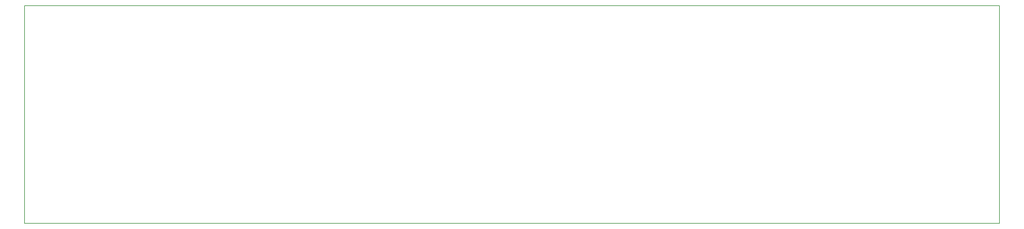
<source format=gbr>
%TF.GenerationSoftware,KiCad,Pcbnew,(5.1.7)-1*%
%TF.CreationDate,2021-05-19T12:24:51-05:00*%
%TF.ProjectId,FOURSES INTERSEXON,464f5552-5345-4532-9049-4e5445525345,rev?*%
%TF.SameCoordinates,Original*%
%TF.FileFunction,Profile,NP*%
%FSLAX46Y46*%
G04 Gerber Fmt 4.6, Leading zero omitted, Abs format (unit mm)*
G04 Created by KiCad (PCBNEW (5.1.7)-1) date 2021-05-19 12:24:51*
%MOMM*%
%LPD*%
G01*
G04 APERTURE LIST*
%TA.AperFunction,Profile*%
%ADD10C,0.150000*%
%TD*%
G04 APERTURE END LIST*
D10*
X13080000Y-66310000D02*
X13080000Y-128080000D01*
X288940000Y-66310000D02*
X288940000Y-128080000D01*
X288940000Y-128080000D02*
X13080000Y-128080000D01*
X13080000Y-66310000D02*
X288940000Y-66310000D01*
M02*

</source>
